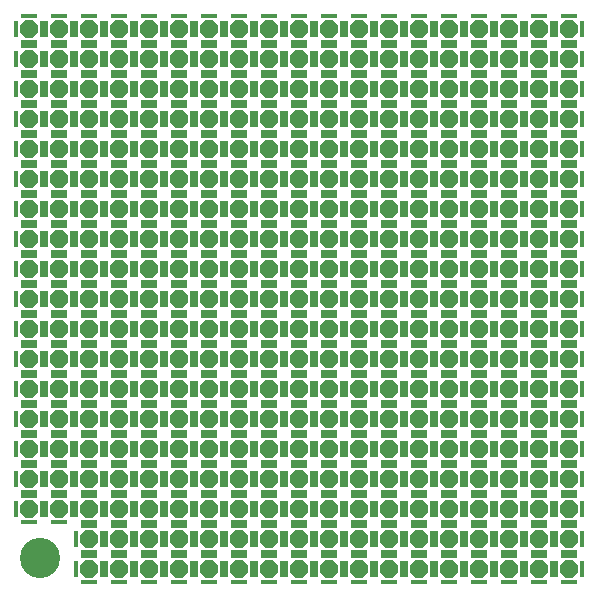
<source format=gts>
G75*
%MOIN*%
%OFA0B0*%
%FSLAX24Y24*%
%IPPOS*%
%LPD*%
%AMOC8*
5,1,8,0,0,1.08239X$1,22.5*
%
%ADD10C,0.1340*%
%ADD11R,0.0125X0.0563*%
%ADD12R,0.0563X0.0125*%
%ADD13OC8,0.0611*%
D10*
X001389Y001389D03*
D11*
X002577Y001014D03*
X003452Y001014D03*
X003577Y001014D03*
X004452Y001014D03*
X004577Y001014D03*
X005452Y001014D03*
X005577Y001014D03*
X006452Y001014D03*
X006577Y001014D03*
X007452Y001014D03*
X007577Y001014D03*
X008452Y001014D03*
X008577Y001014D03*
X009452Y001014D03*
X009577Y001014D03*
X010452Y001014D03*
X010577Y001014D03*
X011452Y001014D03*
X011577Y001014D03*
X012452Y001014D03*
X012577Y001014D03*
X013452Y001014D03*
X013577Y001014D03*
X014452Y001014D03*
X014577Y001014D03*
X015452Y001014D03*
X015577Y001014D03*
X016452Y001014D03*
X016577Y001014D03*
X017452Y001014D03*
X017577Y001014D03*
X018452Y001014D03*
X018577Y001014D03*
X019452Y001014D03*
X019452Y002014D03*
X018577Y002014D03*
X018452Y002014D03*
X017577Y002014D03*
X017452Y002014D03*
X016577Y002014D03*
X016452Y002014D03*
X015577Y002014D03*
X015452Y002014D03*
X014577Y002014D03*
X014452Y002014D03*
X013577Y002014D03*
X013452Y002014D03*
X012577Y002014D03*
X012452Y002014D03*
X011577Y002014D03*
X011452Y002014D03*
X010577Y002014D03*
X010452Y002014D03*
X009577Y002014D03*
X009452Y002014D03*
X008577Y002014D03*
X008452Y002014D03*
X007577Y002014D03*
X007452Y002014D03*
X006577Y002014D03*
X006452Y002014D03*
X005577Y002014D03*
X005452Y002014D03*
X004577Y002014D03*
X004452Y002014D03*
X003577Y002014D03*
X003452Y002014D03*
X002577Y002014D03*
X002577Y003014D03*
X002452Y003014D03*
X001577Y003014D03*
X001452Y003014D03*
X000577Y003014D03*
X000577Y004014D03*
X001452Y004014D03*
X001577Y004014D03*
X002452Y004014D03*
X002577Y004014D03*
X003452Y004014D03*
X003577Y004014D03*
X004452Y004014D03*
X004577Y004014D03*
X005452Y004014D03*
X005577Y004014D03*
X006452Y004014D03*
X006577Y004014D03*
X007452Y004014D03*
X007577Y004014D03*
X008452Y004014D03*
X008577Y004014D03*
X009452Y004014D03*
X009577Y004014D03*
X010452Y004014D03*
X010577Y004014D03*
X011452Y004014D03*
X011577Y004014D03*
X012452Y004014D03*
X012577Y004014D03*
X013452Y004014D03*
X013577Y004014D03*
X014452Y004014D03*
X014577Y004014D03*
X015452Y004014D03*
X015577Y004014D03*
X016452Y004014D03*
X016577Y004014D03*
X017452Y004014D03*
X017577Y004014D03*
X018452Y004014D03*
X018577Y004014D03*
X019452Y004014D03*
X019452Y003014D03*
X018577Y003014D03*
X018452Y003014D03*
X017577Y003014D03*
X017452Y003014D03*
X016577Y003014D03*
X016452Y003014D03*
X015577Y003014D03*
X015452Y003014D03*
X014577Y003014D03*
X014452Y003014D03*
X013577Y003014D03*
X013452Y003014D03*
X012577Y003014D03*
X012452Y003014D03*
X011577Y003014D03*
X011452Y003014D03*
X010577Y003014D03*
X010452Y003014D03*
X009577Y003014D03*
X009452Y003014D03*
X008577Y003014D03*
X008452Y003014D03*
X007577Y003014D03*
X007452Y003014D03*
X006577Y003014D03*
X006452Y003014D03*
X005577Y003014D03*
X005452Y003014D03*
X004577Y003014D03*
X004452Y003014D03*
X003577Y003014D03*
X003452Y003014D03*
X003452Y005014D03*
X003577Y005014D03*
X004452Y005014D03*
X004577Y005014D03*
X005452Y005014D03*
X005577Y005014D03*
X006452Y005014D03*
X006577Y005014D03*
X007452Y005014D03*
X007577Y005014D03*
X008452Y005014D03*
X008577Y005014D03*
X009452Y005014D03*
X009577Y005014D03*
X010452Y005014D03*
X010577Y005014D03*
X011452Y005014D03*
X011577Y005014D03*
X012452Y005014D03*
X012577Y005014D03*
X013452Y005014D03*
X013577Y005014D03*
X014452Y005014D03*
X014577Y005014D03*
X015452Y005014D03*
X015577Y005014D03*
X016452Y005014D03*
X016577Y005014D03*
X017452Y005014D03*
X017577Y005014D03*
X018452Y005014D03*
X018577Y005014D03*
X019452Y005014D03*
X019452Y006014D03*
X018577Y006014D03*
X018452Y006014D03*
X017577Y006014D03*
X017452Y006014D03*
X016577Y006014D03*
X016452Y006014D03*
X015577Y006014D03*
X015452Y006014D03*
X014577Y006014D03*
X014452Y006014D03*
X013577Y006014D03*
X013452Y006014D03*
X012577Y006014D03*
X012452Y006014D03*
X011577Y006014D03*
X011452Y006014D03*
X010577Y006014D03*
X010452Y006014D03*
X009577Y006014D03*
X009452Y006014D03*
X008577Y006014D03*
X008452Y006014D03*
X007577Y006014D03*
X007452Y006014D03*
X006577Y006014D03*
X006452Y006014D03*
X005577Y006014D03*
X005452Y006014D03*
X004577Y006014D03*
X004452Y006014D03*
X003577Y006014D03*
X003452Y006014D03*
X002577Y006014D03*
X002452Y006014D03*
X001577Y006014D03*
X001452Y006014D03*
X000577Y006014D03*
X000577Y005014D03*
X001452Y005014D03*
X001577Y005014D03*
X002452Y005014D03*
X002577Y005014D03*
X002577Y007014D03*
X002452Y007014D03*
X001577Y007014D03*
X001452Y007014D03*
X000577Y007014D03*
X000577Y008014D03*
X001452Y008014D03*
X001577Y008014D03*
X002452Y008014D03*
X002577Y008014D03*
X003452Y008014D03*
X003577Y008014D03*
X004452Y008014D03*
X004577Y008014D03*
X005452Y008014D03*
X005577Y008014D03*
X006452Y008014D03*
X006577Y008014D03*
X007452Y008014D03*
X007577Y008014D03*
X008452Y008014D03*
X008577Y008014D03*
X009452Y008014D03*
X009577Y008014D03*
X010452Y008014D03*
X010577Y008014D03*
X011452Y008014D03*
X011577Y008014D03*
X012452Y008014D03*
X012577Y008014D03*
X013452Y008014D03*
X013577Y008014D03*
X014452Y008014D03*
X014577Y008014D03*
X015452Y008014D03*
X015577Y008014D03*
X016452Y008014D03*
X016577Y008014D03*
X017452Y008014D03*
X017577Y008014D03*
X018452Y008014D03*
X018577Y008014D03*
X019452Y008014D03*
X019452Y007014D03*
X018577Y007014D03*
X018452Y007014D03*
X017577Y007014D03*
X017452Y007014D03*
X016577Y007014D03*
X016452Y007014D03*
X015577Y007014D03*
X015452Y007014D03*
X014577Y007014D03*
X014452Y007014D03*
X013577Y007014D03*
X013452Y007014D03*
X012577Y007014D03*
X012452Y007014D03*
X011577Y007014D03*
X011452Y007014D03*
X010577Y007014D03*
X010452Y007014D03*
X009577Y007014D03*
X009452Y007014D03*
X008577Y007014D03*
X008452Y007014D03*
X007577Y007014D03*
X007452Y007014D03*
X006577Y007014D03*
X006452Y007014D03*
X005577Y007014D03*
X005452Y007014D03*
X004577Y007014D03*
X004452Y007014D03*
X003577Y007014D03*
X003452Y007014D03*
X003452Y009014D03*
X003577Y009014D03*
X004452Y009014D03*
X004577Y009014D03*
X005452Y009014D03*
X005577Y009014D03*
X006452Y009014D03*
X006577Y009014D03*
X007452Y009014D03*
X007577Y009014D03*
X008452Y009014D03*
X008577Y009014D03*
X009452Y009014D03*
X009577Y009014D03*
X010452Y009014D03*
X010577Y009014D03*
X011452Y009014D03*
X011577Y009014D03*
X012452Y009014D03*
X012577Y009014D03*
X013452Y009014D03*
X013577Y009014D03*
X014452Y009014D03*
X014577Y009014D03*
X015452Y009014D03*
X015577Y009014D03*
X016452Y009014D03*
X016577Y009014D03*
X017452Y009014D03*
X017577Y009014D03*
X018452Y009014D03*
X018577Y009014D03*
X019452Y009014D03*
X019452Y010014D03*
X018577Y010014D03*
X018452Y010014D03*
X017577Y010014D03*
X017452Y010014D03*
X016577Y010014D03*
X016452Y010014D03*
X015577Y010014D03*
X015452Y010014D03*
X014577Y010014D03*
X014452Y010014D03*
X013577Y010014D03*
X013452Y010014D03*
X012577Y010014D03*
X012452Y010014D03*
X011577Y010014D03*
X011452Y010014D03*
X010577Y010014D03*
X010452Y010014D03*
X009577Y010014D03*
X009452Y010014D03*
X008577Y010014D03*
X008452Y010014D03*
X007577Y010014D03*
X007452Y010014D03*
X006577Y010014D03*
X006452Y010014D03*
X005577Y010014D03*
X005452Y010014D03*
X004577Y010014D03*
X004452Y010014D03*
X003577Y010014D03*
X003452Y010014D03*
X002577Y010014D03*
X002452Y010014D03*
X001577Y010014D03*
X001452Y010014D03*
X000577Y010014D03*
X000577Y009014D03*
X001452Y009014D03*
X001577Y009014D03*
X002452Y009014D03*
X002577Y009014D03*
X002577Y011014D03*
X002452Y011014D03*
X001577Y011014D03*
X001452Y011014D03*
X000577Y011014D03*
X000577Y012014D03*
X001452Y012014D03*
X001577Y012014D03*
X002452Y012014D03*
X002577Y012014D03*
X003452Y012014D03*
X003577Y012014D03*
X004452Y012014D03*
X004577Y012014D03*
X005452Y012014D03*
X005577Y012014D03*
X006452Y012014D03*
X006577Y012014D03*
X007452Y012014D03*
X007577Y012014D03*
X008452Y012014D03*
X008577Y012014D03*
X009452Y012014D03*
X009577Y012014D03*
X010452Y012014D03*
X010577Y012014D03*
X011452Y012014D03*
X011577Y012014D03*
X012452Y012014D03*
X012577Y012014D03*
X013452Y012014D03*
X013577Y012014D03*
X014452Y012014D03*
X014577Y012014D03*
X015452Y012014D03*
X015577Y012014D03*
X016452Y012014D03*
X016577Y012014D03*
X017452Y012014D03*
X017577Y012014D03*
X018452Y012014D03*
X018577Y012014D03*
X019452Y012014D03*
X019452Y011014D03*
X018577Y011014D03*
X018452Y011014D03*
X017577Y011014D03*
X017452Y011014D03*
X016577Y011014D03*
X016452Y011014D03*
X015577Y011014D03*
X015452Y011014D03*
X014577Y011014D03*
X014452Y011014D03*
X013577Y011014D03*
X013452Y011014D03*
X012577Y011014D03*
X012452Y011014D03*
X011577Y011014D03*
X011452Y011014D03*
X010577Y011014D03*
X010452Y011014D03*
X009577Y011014D03*
X009452Y011014D03*
X008577Y011014D03*
X008452Y011014D03*
X007577Y011014D03*
X007452Y011014D03*
X006577Y011014D03*
X006452Y011014D03*
X005577Y011014D03*
X005452Y011014D03*
X004577Y011014D03*
X004452Y011014D03*
X003577Y011014D03*
X003452Y011014D03*
X003452Y013014D03*
X003577Y013014D03*
X004452Y013014D03*
X004577Y013014D03*
X005452Y013014D03*
X005577Y013014D03*
X006452Y013014D03*
X006577Y013014D03*
X007452Y013014D03*
X007577Y013014D03*
X008452Y013014D03*
X008577Y013014D03*
X009452Y013014D03*
X009577Y013014D03*
X010452Y013014D03*
X010577Y013014D03*
X011452Y013014D03*
X011577Y013014D03*
X012452Y013014D03*
X012577Y013014D03*
X013452Y013014D03*
X013577Y013014D03*
X014452Y013014D03*
X014577Y013014D03*
X015452Y013014D03*
X015577Y013014D03*
X016452Y013014D03*
X016577Y013014D03*
X017452Y013014D03*
X017577Y013014D03*
X018452Y013014D03*
X018577Y013014D03*
X019452Y013014D03*
X019452Y014014D03*
X018577Y014014D03*
X018452Y014014D03*
X017577Y014014D03*
X017452Y014014D03*
X016577Y014014D03*
X016452Y014014D03*
X015577Y014014D03*
X015452Y014014D03*
X014577Y014014D03*
X014452Y014014D03*
X013577Y014014D03*
X013452Y014014D03*
X012577Y014014D03*
X012452Y014014D03*
X011577Y014014D03*
X011452Y014014D03*
X010577Y014014D03*
X010452Y014014D03*
X009577Y014014D03*
X009452Y014014D03*
X008577Y014014D03*
X008452Y014014D03*
X007577Y014014D03*
X007452Y014014D03*
X006577Y014014D03*
X006452Y014014D03*
X005577Y014014D03*
X005452Y014014D03*
X004577Y014014D03*
X004452Y014014D03*
X003577Y014014D03*
X003452Y014014D03*
X002577Y014014D03*
X002452Y014014D03*
X001577Y014014D03*
X001452Y014014D03*
X000577Y014014D03*
X000577Y013014D03*
X001452Y013014D03*
X001577Y013014D03*
X002452Y013014D03*
X002577Y013014D03*
X002577Y015014D03*
X002452Y015014D03*
X001577Y015014D03*
X001452Y015014D03*
X000577Y015014D03*
X000577Y016014D03*
X001452Y016014D03*
X001577Y016014D03*
X002452Y016014D03*
X002577Y016014D03*
X003452Y016014D03*
X003577Y016014D03*
X004452Y016014D03*
X004577Y016014D03*
X005452Y016014D03*
X005577Y016014D03*
X006452Y016014D03*
X006577Y016014D03*
X007452Y016014D03*
X007577Y016014D03*
X008452Y016014D03*
X008577Y016014D03*
X009452Y016014D03*
X009577Y016014D03*
X010452Y016014D03*
X010577Y016014D03*
X011452Y016014D03*
X011577Y016014D03*
X012452Y016014D03*
X012577Y016014D03*
X013452Y016014D03*
X013577Y016014D03*
X014452Y016014D03*
X014577Y016014D03*
X015452Y016014D03*
X015577Y016014D03*
X016452Y016014D03*
X016577Y016014D03*
X017452Y016014D03*
X017577Y016014D03*
X018452Y016014D03*
X018577Y016014D03*
X019452Y016014D03*
X019452Y015014D03*
X018577Y015014D03*
X018452Y015014D03*
X017577Y015014D03*
X017452Y015014D03*
X016577Y015014D03*
X016452Y015014D03*
X015577Y015014D03*
X015452Y015014D03*
X014577Y015014D03*
X014452Y015014D03*
X013577Y015014D03*
X013452Y015014D03*
X012577Y015014D03*
X012452Y015014D03*
X011577Y015014D03*
X011452Y015014D03*
X010577Y015014D03*
X010452Y015014D03*
X009577Y015014D03*
X009452Y015014D03*
X008577Y015014D03*
X008452Y015014D03*
X007577Y015014D03*
X007452Y015014D03*
X006577Y015014D03*
X006452Y015014D03*
X005577Y015014D03*
X005452Y015014D03*
X004577Y015014D03*
X004452Y015014D03*
X003577Y015014D03*
X003452Y015014D03*
X003452Y017014D03*
X003577Y017014D03*
X004452Y017014D03*
X004577Y017014D03*
X005452Y017014D03*
X005577Y017014D03*
X006452Y017014D03*
X006577Y017014D03*
X007452Y017014D03*
X007577Y017014D03*
X008452Y017014D03*
X008577Y017014D03*
X009452Y017014D03*
X009577Y017014D03*
X010452Y017014D03*
X010577Y017014D03*
X011452Y017014D03*
X011577Y017014D03*
X012452Y017014D03*
X012577Y017014D03*
X013452Y017014D03*
X013577Y017014D03*
X014452Y017014D03*
X014577Y017014D03*
X015452Y017014D03*
X015577Y017014D03*
X016452Y017014D03*
X016577Y017014D03*
X017452Y017014D03*
X017577Y017014D03*
X018452Y017014D03*
X018577Y017014D03*
X019452Y017014D03*
X019452Y018014D03*
X018577Y018014D03*
X018452Y018014D03*
X017577Y018014D03*
X017452Y018014D03*
X016577Y018014D03*
X016452Y018014D03*
X015577Y018014D03*
X015452Y018014D03*
X014577Y018014D03*
X014452Y018014D03*
X013577Y018014D03*
X013452Y018014D03*
X012577Y018014D03*
X012452Y018014D03*
X011577Y018014D03*
X011452Y018014D03*
X010577Y018014D03*
X010452Y018014D03*
X009577Y018014D03*
X009452Y018014D03*
X008577Y018014D03*
X008452Y018014D03*
X007577Y018014D03*
X007452Y018014D03*
X006577Y018014D03*
X006452Y018014D03*
X005577Y018014D03*
X005452Y018014D03*
X004577Y018014D03*
X004452Y018014D03*
X003577Y018014D03*
X003452Y018014D03*
X002577Y018014D03*
X002452Y018014D03*
X001577Y018014D03*
X001452Y018014D03*
X000577Y018014D03*
X000577Y017014D03*
X001452Y017014D03*
X001577Y017014D03*
X002452Y017014D03*
X002577Y017014D03*
X002577Y019014D03*
X002452Y019014D03*
X001577Y019014D03*
X001452Y019014D03*
X000577Y019014D03*
X003452Y019014D03*
X003577Y019014D03*
X004452Y019014D03*
X004577Y019014D03*
X005452Y019014D03*
X005577Y019014D03*
X006452Y019014D03*
X006577Y019014D03*
X007452Y019014D03*
X007577Y019014D03*
X008452Y019014D03*
X008577Y019014D03*
X009452Y019014D03*
X009577Y019014D03*
X010452Y019014D03*
X010577Y019014D03*
X011452Y019014D03*
X011577Y019014D03*
X012452Y019014D03*
X012577Y019014D03*
X013452Y019014D03*
X013577Y019014D03*
X014452Y019014D03*
X014577Y019014D03*
X015452Y019014D03*
X015577Y019014D03*
X016452Y019014D03*
X016577Y019014D03*
X017452Y019014D03*
X017577Y019014D03*
X018452Y019014D03*
X018577Y019014D03*
X019452Y019014D03*
D12*
X019014Y018577D03*
X019014Y018452D03*
X019014Y017577D03*
X019014Y017452D03*
X019014Y016577D03*
X019014Y016452D03*
X019014Y015577D03*
X019014Y015452D03*
X019014Y014577D03*
X019014Y014452D03*
X019014Y013577D03*
X019014Y013452D03*
X019014Y012577D03*
X019014Y012452D03*
X019014Y011577D03*
X019014Y011452D03*
X019014Y010577D03*
X019014Y010452D03*
X019014Y009577D03*
X019014Y009452D03*
X019014Y008577D03*
X019014Y008452D03*
X019014Y007577D03*
X019014Y007452D03*
X019014Y006577D03*
X019014Y006452D03*
X019014Y005577D03*
X019014Y005452D03*
X019014Y004577D03*
X019014Y004452D03*
X019014Y003577D03*
X019014Y003452D03*
X019014Y002577D03*
X019014Y002452D03*
X019014Y001577D03*
X019014Y001452D03*
X019014Y000577D03*
X018014Y000577D03*
X018014Y001452D03*
X018014Y001577D03*
X018014Y002452D03*
X018014Y002577D03*
X018014Y003452D03*
X018014Y003577D03*
X018014Y004452D03*
X018014Y004577D03*
X018014Y005452D03*
X018014Y005577D03*
X018014Y006452D03*
X018014Y006577D03*
X018014Y007452D03*
X018014Y007577D03*
X018014Y008452D03*
X018014Y008577D03*
X018014Y009452D03*
X018014Y009577D03*
X018014Y010452D03*
X018014Y010577D03*
X018014Y011452D03*
X018014Y011577D03*
X018014Y012452D03*
X018014Y012577D03*
X018014Y013452D03*
X018014Y013577D03*
X018014Y014452D03*
X018014Y014577D03*
X018014Y015452D03*
X018014Y015577D03*
X018014Y016452D03*
X018014Y016577D03*
X018014Y017452D03*
X018014Y017577D03*
X018014Y018452D03*
X018014Y018577D03*
X018014Y019452D03*
X017014Y019452D03*
X017014Y018577D03*
X017014Y018452D03*
X017014Y017577D03*
X017014Y017452D03*
X017014Y016577D03*
X017014Y016452D03*
X017014Y015577D03*
X017014Y015452D03*
X017014Y014577D03*
X017014Y014452D03*
X017014Y013577D03*
X017014Y013452D03*
X017014Y012577D03*
X017014Y012452D03*
X017014Y011577D03*
X017014Y011452D03*
X017014Y010577D03*
X017014Y010452D03*
X017014Y009577D03*
X017014Y009452D03*
X017014Y008577D03*
X017014Y008452D03*
X017014Y007577D03*
X017014Y007452D03*
X017014Y006577D03*
X017014Y006452D03*
X017014Y005577D03*
X017014Y005452D03*
X017014Y004577D03*
X017014Y004452D03*
X017014Y003577D03*
X017014Y003452D03*
X017014Y002577D03*
X017014Y002452D03*
X017014Y001577D03*
X017014Y001452D03*
X017014Y000577D03*
X016014Y000577D03*
X016014Y001452D03*
X016014Y001577D03*
X016014Y002452D03*
X016014Y002577D03*
X016014Y003452D03*
X016014Y003577D03*
X016014Y004452D03*
X016014Y004577D03*
X016014Y005452D03*
X016014Y005577D03*
X016014Y006452D03*
X016014Y006577D03*
X016014Y007452D03*
X016014Y007577D03*
X016014Y008452D03*
X016014Y008577D03*
X016014Y009452D03*
X016014Y009577D03*
X016014Y010452D03*
X016014Y010577D03*
X016014Y011452D03*
X016014Y011577D03*
X016014Y012452D03*
X016014Y012577D03*
X016014Y013452D03*
X016014Y013577D03*
X016014Y014452D03*
X016014Y014577D03*
X016014Y015452D03*
X016014Y015577D03*
X016014Y016452D03*
X016014Y016577D03*
X016014Y017452D03*
X016014Y017577D03*
X016014Y018452D03*
X016014Y018577D03*
X016014Y019452D03*
X015014Y019452D03*
X015014Y018577D03*
X015014Y018452D03*
X015014Y017577D03*
X015014Y017452D03*
X015014Y016577D03*
X015014Y016452D03*
X015014Y015577D03*
X015014Y015452D03*
X015014Y014577D03*
X015014Y014452D03*
X015014Y013577D03*
X015014Y013452D03*
X015014Y012577D03*
X015014Y012452D03*
X015014Y011577D03*
X015014Y011452D03*
X015014Y010577D03*
X015014Y010452D03*
X015014Y009577D03*
X015014Y009452D03*
X015014Y008577D03*
X015014Y008452D03*
X015014Y007577D03*
X015014Y007452D03*
X015014Y006577D03*
X015014Y006452D03*
X015014Y005577D03*
X015014Y005452D03*
X015014Y004577D03*
X015014Y004452D03*
X015014Y003577D03*
X015014Y003452D03*
X015014Y002577D03*
X015014Y002452D03*
X015014Y001577D03*
X015014Y001452D03*
X015014Y000577D03*
X014014Y000577D03*
X014014Y001452D03*
X014014Y001577D03*
X014014Y002452D03*
X014014Y002577D03*
X014014Y003452D03*
X014014Y003577D03*
X014014Y004452D03*
X014014Y004577D03*
X014014Y005452D03*
X014014Y005577D03*
X014014Y006452D03*
X014014Y006577D03*
X014014Y007452D03*
X014014Y007577D03*
X014014Y008452D03*
X014014Y008577D03*
X014014Y009452D03*
X014014Y009577D03*
X014014Y010452D03*
X014014Y010577D03*
X014014Y011452D03*
X014014Y011577D03*
X014014Y012452D03*
X014014Y012577D03*
X014014Y013452D03*
X014014Y013577D03*
X014014Y014452D03*
X014014Y014577D03*
X014014Y015452D03*
X014014Y015577D03*
X014014Y016452D03*
X014014Y016577D03*
X014014Y017452D03*
X014014Y017577D03*
X014014Y018452D03*
X014014Y018577D03*
X014014Y019452D03*
X013014Y019452D03*
X013014Y018577D03*
X013014Y018452D03*
X013014Y017577D03*
X013014Y017452D03*
X013014Y016577D03*
X013014Y016452D03*
X013014Y015577D03*
X013014Y015452D03*
X013014Y014577D03*
X013014Y014452D03*
X013014Y013577D03*
X013014Y013452D03*
X013014Y012577D03*
X013014Y012452D03*
X013014Y011577D03*
X013014Y011452D03*
X013014Y010577D03*
X013014Y010452D03*
X013014Y009577D03*
X013014Y009452D03*
X013014Y008577D03*
X013014Y008452D03*
X013014Y007577D03*
X013014Y007452D03*
X013014Y006577D03*
X013014Y006452D03*
X013014Y005577D03*
X013014Y005452D03*
X013014Y004577D03*
X013014Y004452D03*
X013014Y003577D03*
X013014Y003452D03*
X013014Y002577D03*
X013014Y002452D03*
X013014Y001577D03*
X013014Y001452D03*
X013014Y000577D03*
X012014Y000577D03*
X012014Y001452D03*
X012014Y001577D03*
X012014Y002452D03*
X012014Y002577D03*
X012014Y003452D03*
X012014Y003577D03*
X012014Y004452D03*
X012014Y004577D03*
X012014Y005452D03*
X012014Y005577D03*
X012014Y006452D03*
X012014Y006577D03*
X012014Y007452D03*
X012014Y007577D03*
X012014Y008452D03*
X012014Y008577D03*
X012014Y009452D03*
X012014Y009577D03*
X012014Y010452D03*
X012014Y010577D03*
X012014Y011452D03*
X012014Y011577D03*
X012014Y012452D03*
X012014Y012577D03*
X012014Y013452D03*
X012014Y013577D03*
X012014Y014452D03*
X012014Y014577D03*
X012014Y015452D03*
X012014Y015577D03*
X012014Y016452D03*
X012014Y016577D03*
X012014Y017452D03*
X012014Y017577D03*
X012014Y018452D03*
X012014Y018577D03*
X012014Y019452D03*
X011014Y019452D03*
X011014Y018577D03*
X011014Y018452D03*
X011014Y017577D03*
X011014Y017452D03*
X011014Y016577D03*
X011014Y016452D03*
X011014Y015577D03*
X011014Y015452D03*
X011014Y014577D03*
X011014Y014452D03*
X011014Y013577D03*
X011014Y013452D03*
X011014Y012577D03*
X011014Y012452D03*
X011014Y011577D03*
X011014Y011452D03*
X011014Y010577D03*
X011014Y010452D03*
X011014Y009577D03*
X011014Y009452D03*
X011014Y008577D03*
X011014Y008452D03*
X011014Y007577D03*
X011014Y007452D03*
X011014Y006577D03*
X011014Y006452D03*
X011014Y005577D03*
X011014Y005452D03*
X011014Y004577D03*
X011014Y004452D03*
X011014Y003577D03*
X011014Y003452D03*
X011014Y002577D03*
X011014Y002452D03*
X011014Y001577D03*
X011014Y001452D03*
X011014Y000577D03*
X010014Y000577D03*
X010014Y001452D03*
X010014Y001577D03*
X010014Y002452D03*
X010014Y002577D03*
X010014Y003452D03*
X010014Y003577D03*
X010014Y004452D03*
X010014Y004577D03*
X010014Y005452D03*
X010014Y005577D03*
X010014Y006452D03*
X010014Y006577D03*
X010014Y007452D03*
X010014Y007577D03*
X010014Y008452D03*
X010014Y008577D03*
X010014Y009452D03*
X010014Y009577D03*
X010014Y010452D03*
X010014Y010577D03*
X010014Y011452D03*
X010014Y011577D03*
X010014Y012452D03*
X010014Y012577D03*
X010014Y013452D03*
X010014Y013577D03*
X010014Y014452D03*
X010014Y014577D03*
X010014Y015452D03*
X010014Y015577D03*
X010014Y016452D03*
X010014Y016577D03*
X010014Y017452D03*
X010014Y017577D03*
X010014Y018452D03*
X010014Y018577D03*
X010014Y019452D03*
X009014Y019452D03*
X009014Y018577D03*
X009014Y018452D03*
X009014Y017577D03*
X009014Y017452D03*
X009014Y016577D03*
X009014Y016452D03*
X009014Y015577D03*
X009014Y015452D03*
X009014Y014577D03*
X009014Y014452D03*
X009014Y013577D03*
X009014Y013452D03*
X009014Y012577D03*
X009014Y012452D03*
X009014Y011577D03*
X009014Y011452D03*
X009014Y010577D03*
X009014Y010452D03*
X009014Y009577D03*
X009014Y009452D03*
X009014Y008577D03*
X009014Y008452D03*
X009014Y007577D03*
X009014Y007452D03*
X009014Y006577D03*
X009014Y006452D03*
X009014Y005577D03*
X009014Y005452D03*
X009014Y004577D03*
X009014Y004452D03*
X009014Y003577D03*
X009014Y003452D03*
X009014Y002577D03*
X009014Y002452D03*
X009014Y001577D03*
X009014Y001452D03*
X009014Y000577D03*
X008014Y000577D03*
X008014Y001452D03*
X008014Y001577D03*
X008014Y002452D03*
X008014Y002577D03*
X008014Y003452D03*
X008014Y003577D03*
X008014Y004452D03*
X008014Y004577D03*
X008014Y005452D03*
X008014Y005577D03*
X008014Y006452D03*
X008014Y006577D03*
X008014Y007452D03*
X008014Y007577D03*
X008014Y008452D03*
X008014Y008577D03*
X008014Y009452D03*
X008014Y009577D03*
X008014Y010452D03*
X008014Y010577D03*
X008014Y011452D03*
X008014Y011577D03*
X008014Y012452D03*
X008014Y012577D03*
X008014Y013452D03*
X008014Y013577D03*
X008014Y014452D03*
X008014Y014577D03*
X008014Y015452D03*
X008014Y015577D03*
X008014Y016452D03*
X008014Y016577D03*
X008014Y017452D03*
X008014Y017577D03*
X008014Y018452D03*
X008014Y018577D03*
X008014Y019452D03*
X007014Y019452D03*
X007014Y018577D03*
X007014Y018452D03*
X007014Y017577D03*
X007014Y017452D03*
X007014Y016577D03*
X007014Y016452D03*
X007014Y015577D03*
X007014Y015452D03*
X007014Y014577D03*
X007014Y014452D03*
X007014Y013577D03*
X007014Y013452D03*
X007014Y012577D03*
X007014Y012452D03*
X007014Y011577D03*
X007014Y011452D03*
X007014Y010577D03*
X007014Y010452D03*
X007014Y009577D03*
X007014Y009452D03*
X007014Y008577D03*
X007014Y008452D03*
X007014Y007577D03*
X007014Y007452D03*
X007014Y006577D03*
X007014Y006452D03*
X007014Y005577D03*
X007014Y005452D03*
X007014Y004577D03*
X007014Y004452D03*
X007014Y003577D03*
X007014Y003452D03*
X007014Y002577D03*
X007014Y002452D03*
X007014Y001577D03*
X007014Y001452D03*
X007014Y000577D03*
X006014Y000577D03*
X006014Y001452D03*
X006014Y001577D03*
X006014Y002452D03*
X006014Y002577D03*
X006014Y003452D03*
X006014Y003577D03*
X006014Y004452D03*
X006014Y004577D03*
X006014Y005452D03*
X006014Y005577D03*
X006014Y006452D03*
X006014Y006577D03*
X006014Y007452D03*
X006014Y007577D03*
X006014Y008452D03*
X006014Y008577D03*
X006014Y009452D03*
X006014Y009577D03*
X006014Y010452D03*
X006014Y010577D03*
X006014Y011452D03*
X006014Y011577D03*
X006014Y012452D03*
X006014Y012577D03*
X006014Y013452D03*
X006014Y013577D03*
X006014Y014452D03*
X006014Y014577D03*
X006014Y015452D03*
X006014Y015577D03*
X006014Y016452D03*
X006014Y016577D03*
X006014Y017452D03*
X006014Y017577D03*
X006014Y018452D03*
X006014Y018577D03*
X006014Y019452D03*
X005014Y019452D03*
X005014Y018577D03*
X005014Y018452D03*
X005014Y017577D03*
X005014Y017452D03*
X005014Y016577D03*
X005014Y016452D03*
X005014Y015577D03*
X005014Y015452D03*
X005014Y014577D03*
X005014Y014452D03*
X005014Y013577D03*
X005014Y013452D03*
X005014Y012577D03*
X005014Y012452D03*
X005014Y011577D03*
X005014Y011452D03*
X005014Y010577D03*
X005014Y010452D03*
X005014Y009577D03*
X005014Y009452D03*
X005014Y008577D03*
X005014Y008452D03*
X005014Y007577D03*
X005014Y007452D03*
X005014Y006577D03*
X005014Y006452D03*
X005014Y005577D03*
X005014Y005452D03*
X005014Y004577D03*
X005014Y004452D03*
X005014Y003577D03*
X005014Y003452D03*
X005014Y002577D03*
X005014Y002452D03*
X005014Y001577D03*
X005014Y001452D03*
X005014Y000577D03*
X004014Y000577D03*
X004014Y001452D03*
X004014Y001577D03*
X004014Y002452D03*
X004014Y002577D03*
X004014Y003452D03*
X004014Y003577D03*
X004014Y004452D03*
X004014Y004577D03*
X004014Y005452D03*
X004014Y005577D03*
X004014Y006452D03*
X004014Y006577D03*
X004014Y007452D03*
X004014Y007577D03*
X004014Y008452D03*
X004014Y008577D03*
X004014Y009452D03*
X004014Y009577D03*
X004014Y010452D03*
X004014Y010577D03*
X004014Y011452D03*
X004014Y011577D03*
X004014Y012452D03*
X004014Y012577D03*
X004014Y013452D03*
X004014Y013577D03*
X004014Y014452D03*
X004014Y014577D03*
X004014Y015452D03*
X004014Y015577D03*
X004014Y016452D03*
X004014Y016577D03*
X004014Y017452D03*
X004014Y017577D03*
X004014Y018452D03*
X004014Y018577D03*
X004014Y019452D03*
X003014Y019452D03*
X003014Y018577D03*
X003014Y018452D03*
X003014Y017577D03*
X003014Y017452D03*
X003014Y016577D03*
X003014Y016452D03*
X003014Y015577D03*
X003014Y015452D03*
X003014Y014577D03*
X003014Y014452D03*
X003014Y013577D03*
X003014Y013452D03*
X003014Y012577D03*
X003014Y012452D03*
X003014Y011577D03*
X003014Y011452D03*
X003014Y010577D03*
X003014Y010452D03*
X003014Y009577D03*
X003014Y009452D03*
X003014Y008577D03*
X003014Y008452D03*
X003014Y007577D03*
X003014Y007452D03*
X003014Y006577D03*
X003014Y006452D03*
X003014Y005577D03*
X003014Y005452D03*
X003014Y004577D03*
X003014Y004452D03*
X003014Y003577D03*
X003014Y003452D03*
X003014Y002577D03*
X003014Y002452D03*
X003014Y001577D03*
X003014Y001452D03*
X003014Y000577D03*
X002014Y002577D03*
X002014Y003452D03*
X002014Y003577D03*
X002014Y004452D03*
X002014Y004577D03*
X002014Y005452D03*
X002014Y005577D03*
X002014Y006452D03*
X002014Y006577D03*
X002014Y007452D03*
X002014Y007577D03*
X002014Y008452D03*
X002014Y008577D03*
X002014Y009452D03*
X002014Y009577D03*
X002014Y010452D03*
X002014Y010577D03*
X002014Y011452D03*
X002014Y011577D03*
X002014Y012452D03*
X002014Y012577D03*
X002014Y013452D03*
X002014Y013577D03*
X002014Y014452D03*
X002014Y014577D03*
X002014Y015452D03*
X002014Y015577D03*
X002014Y016452D03*
X002014Y016577D03*
X002014Y017452D03*
X002014Y017577D03*
X002014Y018452D03*
X002014Y018577D03*
X002014Y019452D03*
X001014Y019452D03*
X001014Y018577D03*
X001014Y018452D03*
X001014Y017577D03*
X001014Y017452D03*
X001014Y016577D03*
X001014Y016452D03*
X001014Y015577D03*
X001014Y015452D03*
X001014Y014577D03*
X001014Y014452D03*
X001014Y013577D03*
X001014Y013452D03*
X001014Y012577D03*
X001014Y012452D03*
X001014Y011577D03*
X001014Y011452D03*
X001014Y010577D03*
X001014Y010452D03*
X001014Y009577D03*
X001014Y009452D03*
X001014Y008577D03*
X001014Y008452D03*
X001014Y007577D03*
X001014Y007452D03*
X001014Y006577D03*
X001014Y006452D03*
X001014Y005577D03*
X001014Y005452D03*
X001014Y004577D03*
X001014Y004452D03*
X001014Y003577D03*
X001014Y003452D03*
X001014Y002577D03*
X019014Y019452D03*
D13*
X019014Y019014D03*
X019014Y018014D03*
X019014Y017014D03*
X019014Y016014D03*
X019014Y015014D03*
X019014Y014014D03*
X019014Y013014D03*
X019014Y012014D03*
X019014Y011014D03*
X019014Y010014D03*
X019014Y009014D03*
X019014Y008014D03*
X019014Y007014D03*
X019014Y006014D03*
X019014Y005014D03*
X019014Y004014D03*
X019014Y003014D03*
X019014Y002014D03*
X019014Y001014D03*
X018014Y001014D03*
X017014Y001014D03*
X016014Y001014D03*
X015014Y001014D03*
X014014Y001014D03*
X013014Y001014D03*
X012014Y001014D03*
X011014Y001014D03*
X010014Y001014D03*
X009014Y001014D03*
X008014Y001014D03*
X007014Y001014D03*
X006014Y001014D03*
X005014Y001014D03*
X004014Y001014D03*
X003014Y001014D03*
X003014Y002014D03*
X003014Y003014D03*
X002014Y003014D03*
X001014Y003014D03*
X001014Y004014D03*
X001014Y005014D03*
X001014Y006014D03*
X001014Y007014D03*
X001014Y008014D03*
X001014Y009014D03*
X001014Y010014D03*
X001014Y011014D03*
X001014Y012014D03*
X001014Y013014D03*
X001014Y014014D03*
X001014Y015014D03*
X001014Y016014D03*
X001014Y017014D03*
X001014Y018014D03*
X001014Y019014D03*
X002014Y019014D03*
X002014Y018014D03*
X002014Y017014D03*
X002014Y016014D03*
X002014Y015014D03*
X002014Y014014D03*
X002014Y013014D03*
X002014Y012014D03*
X002014Y011014D03*
X002014Y010014D03*
X002014Y009014D03*
X002014Y008014D03*
X002014Y007014D03*
X002014Y006014D03*
X002014Y005014D03*
X002014Y004014D03*
X003014Y004014D03*
X003014Y005014D03*
X003014Y006014D03*
X003014Y007014D03*
X003014Y008014D03*
X003014Y009014D03*
X003014Y010014D03*
X003014Y011014D03*
X003014Y012014D03*
X003014Y013014D03*
X003014Y014014D03*
X003014Y015014D03*
X003014Y016014D03*
X003014Y017014D03*
X003014Y018014D03*
X003014Y019014D03*
X004014Y019014D03*
X004014Y018014D03*
X004014Y017014D03*
X004014Y016014D03*
X004014Y015014D03*
X004014Y014014D03*
X004014Y013014D03*
X004014Y012014D03*
X004014Y011014D03*
X004014Y010014D03*
X004014Y009014D03*
X004014Y008014D03*
X004014Y007014D03*
X004014Y006014D03*
X004014Y005014D03*
X004014Y004014D03*
X004014Y003014D03*
X004014Y002014D03*
X005014Y002014D03*
X005014Y003014D03*
X005014Y004014D03*
X005014Y005014D03*
X005014Y006014D03*
X005014Y007014D03*
X005014Y008014D03*
X005014Y009014D03*
X005014Y010014D03*
X005014Y011014D03*
X005014Y012014D03*
X005014Y013014D03*
X005014Y014014D03*
X005014Y015014D03*
X005014Y016014D03*
X005014Y017014D03*
X005014Y018014D03*
X005014Y019014D03*
X006014Y019014D03*
X006014Y018014D03*
X006014Y017014D03*
X006014Y016014D03*
X006014Y015014D03*
X006014Y014014D03*
X006014Y013014D03*
X006014Y012014D03*
X006014Y011014D03*
X006014Y010014D03*
X006014Y009014D03*
X006014Y008014D03*
X006014Y007014D03*
X006014Y006014D03*
X006014Y005014D03*
X006014Y004014D03*
X006014Y003014D03*
X006014Y002014D03*
X007014Y002014D03*
X007014Y003014D03*
X007014Y004014D03*
X007014Y005014D03*
X007014Y006014D03*
X007014Y007014D03*
X007014Y008014D03*
X007014Y009014D03*
X007014Y010014D03*
X007014Y011014D03*
X007014Y012014D03*
X007014Y013014D03*
X007014Y014014D03*
X007014Y015014D03*
X007014Y016014D03*
X007014Y017014D03*
X007014Y018014D03*
X007014Y019014D03*
X008014Y019014D03*
X008014Y018014D03*
X008014Y017014D03*
X008014Y016014D03*
X008014Y015014D03*
X008014Y014014D03*
X008014Y013014D03*
X008014Y012014D03*
X008014Y011014D03*
X008014Y010014D03*
X008014Y009014D03*
X008014Y008014D03*
X008014Y007014D03*
X008014Y006014D03*
X008014Y005014D03*
X008014Y004014D03*
X008014Y003014D03*
X008014Y002014D03*
X009014Y002014D03*
X009014Y003014D03*
X009014Y004014D03*
X009014Y005014D03*
X009014Y006014D03*
X009014Y007014D03*
X009014Y008014D03*
X009014Y009014D03*
X009014Y010014D03*
X009014Y011014D03*
X009014Y012014D03*
X009014Y013014D03*
X009014Y014014D03*
X009014Y015014D03*
X009014Y016014D03*
X009014Y017014D03*
X009014Y018014D03*
X009014Y019014D03*
X010014Y019014D03*
X010014Y018014D03*
X010014Y017014D03*
X010014Y016014D03*
X010014Y015014D03*
X010014Y014014D03*
X010014Y013014D03*
X010014Y012014D03*
X010014Y011014D03*
X010014Y010014D03*
X010014Y009014D03*
X010014Y008014D03*
X010014Y007014D03*
X010014Y006014D03*
X010014Y005014D03*
X010014Y004014D03*
X010014Y003014D03*
X010014Y002014D03*
X011014Y002014D03*
X011014Y003014D03*
X011014Y004014D03*
X011014Y005014D03*
X011014Y006014D03*
X011014Y007014D03*
X011014Y008014D03*
X011014Y009014D03*
X011014Y010014D03*
X011014Y011014D03*
X011014Y012014D03*
X011014Y013014D03*
X011014Y014014D03*
X011014Y015014D03*
X011014Y016014D03*
X011014Y017014D03*
X011014Y018014D03*
X011014Y019014D03*
X012014Y019014D03*
X012014Y018014D03*
X012014Y017014D03*
X012014Y016014D03*
X012014Y015014D03*
X012014Y014014D03*
X012014Y013014D03*
X012014Y012014D03*
X012014Y011014D03*
X012014Y010014D03*
X012014Y009014D03*
X012014Y008014D03*
X012014Y007014D03*
X012014Y006014D03*
X012014Y005014D03*
X012014Y004014D03*
X012014Y003014D03*
X012014Y002014D03*
X013014Y002014D03*
X013014Y003014D03*
X013014Y004014D03*
X013014Y005014D03*
X013014Y006014D03*
X013014Y007014D03*
X013014Y008014D03*
X013014Y009014D03*
X013014Y010014D03*
X013014Y011014D03*
X013014Y012014D03*
X013014Y013014D03*
X013014Y014014D03*
X013014Y015014D03*
X013014Y016014D03*
X013014Y017014D03*
X013014Y018014D03*
X013014Y019014D03*
X014014Y019014D03*
X014014Y018014D03*
X014014Y017014D03*
X014014Y016014D03*
X014014Y015014D03*
X014014Y014014D03*
X014014Y013014D03*
X014014Y012014D03*
X014014Y011014D03*
X014014Y010014D03*
X014014Y009014D03*
X014014Y008014D03*
X014014Y007014D03*
X014014Y006014D03*
X014014Y005014D03*
X014014Y004014D03*
X014014Y003014D03*
X014014Y002014D03*
X015014Y002014D03*
X015014Y003014D03*
X015014Y004014D03*
X015014Y005014D03*
X015014Y006014D03*
X015014Y007014D03*
X015014Y008014D03*
X015014Y009014D03*
X015014Y010014D03*
X015014Y011014D03*
X015014Y012014D03*
X015014Y013014D03*
X015014Y014014D03*
X015014Y015014D03*
X015014Y016014D03*
X015014Y017014D03*
X015014Y018014D03*
X015014Y019014D03*
X016014Y019014D03*
X016014Y018014D03*
X016014Y017014D03*
X016014Y016014D03*
X016014Y015014D03*
X016014Y014014D03*
X016014Y013014D03*
X016014Y012014D03*
X016014Y011014D03*
X016014Y010014D03*
X016014Y009014D03*
X016014Y008014D03*
X016014Y007014D03*
X016014Y006014D03*
X016014Y005014D03*
X016014Y004014D03*
X016014Y003014D03*
X016014Y002014D03*
X017014Y002014D03*
X017014Y003014D03*
X017014Y004014D03*
X017014Y005014D03*
X017014Y006014D03*
X017014Y007014D03*
X017014Y008014D03*
X017014Y009014D03*
X017014Y010014D03*
X017014Y011014D03*
X017014Y012014D03*
X017014Y013014D03*
X017014Y014014D03*
X017014Y015014D03*
X017014Y016014D03*
X017014Y017014D03*
X017014Y018014D03*
X017014Y019014D03*
X018014Y019014D03*
X018014Y018014D03*
X018014Y017014D03*
X018014Y016014D03*
X018014Y015014D03*
X018014Y014014D03*
X018014Y013014D03*
X018014Y012014D03*
X018014Y011014D03*
X018014Y010014D03*
X018014Y009014D03*
X018014Y008014D03*
X018014Y007014D03*
X018014Y006014D03*
X018014Y005014D03*
X018014Y004014D03*
X018014Y003014D03*
X018014Y002014D03*
M02*

</source>
